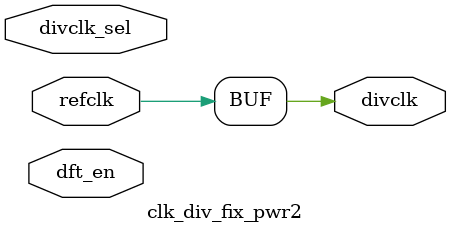
<source format=sv>

module clk_div_fix_pwr2 #(
  parameter int DIV = 8,
  parameter int WITH_CLK_MUX = 1
) (
  input   logic refclk,
  input   logic divclk_sel, // 1 -> select divided clock, 0 -> select refclk
  input   logic dft_en,
  output  logic divclk
  );



  assign divclk = refclk;

endmodule


</source>
